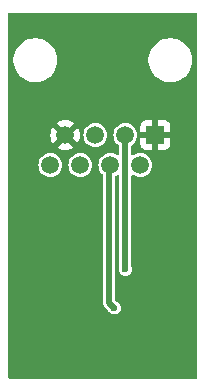
<source format=gbl>
%TF.GenerationSoftware,KiCad,Pcbnew,8.0.4*%
%TF.CreationDate,2024-08-22T22:44:09+01:00*%
%TF.ProjectId,PicoChainTerminator,5069636f-4368-4616-996e-5465726d696e,v1.1*%
%TF.SameCoordinates,Original*%
%TF.FileFunction,Copper,L2,Bot*%
%TF.FilePolarity,Positive*%
%FSLAX46Y46*%
G04 Gerber Fmt 4.6, Leading zero omitted, Abs format (unit mm)*
G04 Created by KiCad (PCBNEW 8.0.4) date 2024-08-22 22:44:09*
%MOMM*%
%LPD*%
G01*
G04 APERTURE LIST*
%TA.AperFunction,ComponentPad*%
%ADD10R,1.500000X1.500000*%
%TD*%
%TA.AperFunction,ComponentPad*%
%ADD11C,1.500000*%
%TD*%
%TA.AperFunction,ViaPad*%
%ADD12C,0.600000*%
%TD*%
%TA.AperFunction,Conductor*%
%ADD13C,0.508000*%
%TD*%
G04 APERTURE END LIST*
D10*
%TO.P,J1,1*%
%TO.N,GND*%
X102984500Y-78877000D03*
D11*
%TO.P,J1,2*%
%TO.N,unconnected-(J1-Pad2)*%
X101714500Y-81417000D03*
%TO.P,J1,3*%
%TO.N,Net-(J1-Pad3)*%
X100444500Y-78877000D03*
%TO.P,J1,4*%
%TO.N,Net-(J1-Pad4)*%
X99174500Y-81417000D03*
%TO.P,J1,5*%
%TO.N,Net-(J1-Pad5)*%
X97904500Y-78877000D03*
%TO.P,J1,6*%
%TO.N,Net-(J1-Pad6)*%
X96634500Y-81417000D03*
%TO.P,J1,7*%
%TO.N,GND*%
X95364500Y-78877000D03*
%TO.P,J1,8*%
%TO.N,+12V*%
X94094500Y-81417000D03*
%TD*%
D12*
%TO.N,Net-(J1-Pad3)*%
X100444500Y-90250000D03*
%TO.N,Net-(J1-Pad4)*%
X99501000Y-93499000D03*
%TD*%
D13*
%TO.N,Net-(J1-Pad3)*%
X100444500Y-90250000D02*
X100444500Y-78877000D01*
%TO.N,Net-(J1-Pad4)*%
X99501000Y-93499000D02*
X99083000Y-93081000D01*
X99083000Y-81508500D02*
X99174500Y-81417000D01*
X99083000Y-93081000D02*
X99083000Y-81508500D01*
%TD*%
%TA.AperFunction,Conductor*%
%TO.N,GND*%
G36*
X106441621Y-68520502D02*
G01*
X106488114Y-68574158D01*
X106499500Y-68626500D01*
X106499500Y-99373500D01*
X106479498Y-99441621D01*
X106425842Y-99488114D01*
X106373500Y-99499500D01*
X90626500Y-99499500D01*
X90558379Y-99479498D01*
X90511886Y-99425842D01*
X90500500Y-99373500D01*
X90500500Y-81416997D01*
X93085140Y-81416997D01*
X93085140Y-81417002D01*
X93104533Y-81613909D01*
X93104534Y-81613915D01*
X93104535Y-81613916D01*
X93161973Y-81803265D01*
X93255248Y-81977770D01*
X93380775Y-82130725D01*
X93533730Y-82256252D01*
X93708235Y-82349527D01*
X93897584Y-82406965D01*
X93897588Y-82406965D01*
X93897590Y-82406966D01*
X94094497Y-82426360D01*
X94094500Y-82426360D01*
X94094503Y-82426360D01*
X94291409Y-82406966D01*
X94291410Y-82406965D01*
X94291416Y-82406965D01*
X94480765Y-82349527D01*
X94655270Y-82256252D01*
X94808225Y-82130725D01*
X94933752Y-81977770D01*
X95027027Y-81803265D01*
X95084465Y-81613916D01*
X95103860Y-81417000D01*
X95103860Y-81416997D01*
X95625140Y-81416997D01*
X95625140Y-81417002D01*
X95644533Y-81613909D01*
X95644534Y-81613915D01*
X95644535Y-81613916D01*
X95701973Y-81803265D01*
X95795248Y-81977770D01*
X95920775Y-82130725D01*
X96073730Y-82256252D01*
X96248235Y-82349527D01*
X96437584Y-82406965D01*
X96437588Y-82406965D01*
X96437590Y-82406966D01*
X96634497Y-82426360D01*
X96634500Y-82426360D01*
X96634503Y-82426360D01*
X96831409Y-82406966D01*
X96831410Y-82406965D01*
X96831416Y-82406965D01*
X97020765Y-82349527D01*
X97195270Y-82256252D01*
X97348225Y-82130725D01*
X97473752Y-81977770D01*
X97567027Y-81803265D01*
X97624465Y-81613916D01*
X97643860Y-81417000D01*
X97643860Y-81416997D01*
X98165140Y-81416997D01*
X98165140Y-81417002D01*
X98184533Y-81613909D01*
X98241973Y-81803265D01*
X98335248Y-81977770D01*
X98460774Y-82130724D01*
X98528433Y-82186250D01*
X98568402Y-82244927D01*
X98574500Y-82283650D01*
X98574500Y-93014055D01*
X98574500Y-93147945D01*
X98609153Y-93277274D01*
X98609154Y-93277276D01*
X98609155Y-93277278D01*
X98676096Y-93393223D01*
X98676098Y-93393225D01*
X98676099Y-93393227D01*
X98967195Y-93684323D01*
X98994506Y-93725197D01*
X99016642Y-93778638D01*
X99016647Y-93778646D01*
X99066849Y-93844070D01*
X99105526Y-93894474D01*
X99221357Y-93983355D01*
X99356246Y-94039228D01*
X99501000Y-94058285D01*
X99645754Y-94039228D01*
X99780643Y-93983355D01*
X99896474Y-93894474D01*
X99985355Y-93778643D01*
X100041228Y-93643754D01*
X100060285Y-93499000D01*
X100041228Y-93354246D01*
X99985355Y-93219358D01*
X99896474Y-93103526D01*
X99780643Y-93014645D01*
X99780642Y-93014644D01*
X99780638Y-93014642D01*
X99727197Y-92992506D01*
X99686321Y-92965193D01*
X99628405Y-92907277D01*
X99594379Y-92844965D01*
X99591500Y-92818182D01*
X99591500Y-82408619D01*
X99611502Y-82340498D01*
X99658101Y-82297498D01*
X99735270Y-82256252D01*
X99735278Y-82256244D01*
X99739993Y-82253095D01*
X99807745Y-82231877D01*
X99876212Y-82250657D01*
X99923658Y-82303471D01*
X99936000Y-82357857D01*
X99936000Y-90003584D01*
X99926409Y-90051801D01*
X99904272Y-90105245D01*
X99885215Y-90249999D01*
X99885215Y-90250000D01*
X99904271Y-90394752D01*
X99960144Y-90529641D01*
X99960149Y-90529649D01*
X100049025Y-90645474D01*
X100164850Y-90734350D01*
X100164857Y-90734355D01*
X100299746Y-90790228D01*
X100444500Y-90809285D01*
X100589254Y-90790228D01*
X100724143Y-90734355D01*
X100839974Y-90645474D01*
X100928855Y-90529643D01*
X100984728Y-90394754D01*
X101003785Y-90250000D01*
X100984728Y-90105246D01*
X100974581Y-90080751D01*
X100962591Y-90051801D01*
X100953000Y-90003584D01*
X100953000Y-82357857D01*
X100973002Y-82289736D01*
X101026658Y-82243243D01*
X101096932Y-82233139D01*
X101149007Y-82253095D01*
X101153721Y-82256244D01*
X101153730Y-82256252D01*
X101328235Y-82349527D01*
X101517584Y-82406965D01*
X101517588Y-82406965D01*
X101517590Y-82406966D01*
X101714497Y-82426360D01*
X101714500Y-82426360D01*
X101714503Y-82426360D01*
X101911409Y-82406966D01*
X101911410Y-82406965D01*
X101911416Y-82406965D01*
X102100765Y-82349527D01*
X102275270Y-82256252D01*
X102428225Y-82130725D01*
X102553752Y-81977770D01*
X102647027Y-81803265D01*
X102704465Y-81613916D01*
X102723860Y-81417000D01*
X102704465Y-81220084D01*
X102647027Y-81030735D01*
X102553752Y-80856230D01*
X102428225Y-80703275D01*
X102275270Y-80577748D01*
X102100765Y-80484473D01*
X101911416Y-80427035D01*
X101911415Y-80427034D01*
X101911409Y-80427033D01*
X101714503Y-80407640D01*
X101714497Y-80407640D01*
X101517590Y-80427033D01*
X101328234Y-80484473D01*
X101153726Y-80577749D01*
X101149000Y-80580908D01*
X101081247Y-80602122D01*
X101012780Y-80583338D01*
X100965338Y-80530520D01*
X100953000Y-80476142D01*
X100953000Y-79818525D01*
X100973002Y-79750404D01*
X101001492Y-79721407D01*
X101000484Y-79720179D01*
X101005267Y-79716253D01*
X101005270Y-79716252D01*
X101158225Y-79590725D01*
X101283752Y-79437770D01*
X101377027Y-79263265D01*
X101434465Y-79073916D01*
X101439414Y-79023675D01*
X101453860Y-78877002D01*
X101453860Y-78876997D01*
X101434466Y-78680090D01*
X101434465Y-78680088D01*
X101434465Y-78680084D01*
X101377027Y-78490735D01*
X101283752Y-78316230D01*
X101158225Y-78163275D01*
X101054807Y-78078402D01*
X101726500Y-78078402D01*
X101726500Y-78623000D01*
X102701099Y-78623000D01*
X102680424Y-78643675D01*
X102630396Y-78730325D01*
X102604500Y-78826972D01*
X102604500Y-78927028D01*
X102630396Y-79023675D01*
X102680424Y-79110325D01*
X102701099Y-79131000D01*
X101726500Y-79131000D01*
X101726500Y-79675597D01*
X101733005Y-79736093D01*
X101784055Y-79872964D01*
X101784055Y-79872965D01*
X101871595Y-79989904D01*
X101988534Y-80077444D01*
X102125406Y-80128494D01*
X102185902Y-80134999D01*
X102185915Y-80135000D01*
X102730500Y-80135000D01*
X102730500Y-79160401D01*
X102751175Y-79181076D01*
X102837825Y-79231104D01*
X102934472Y-79257000D01*
X103034528Y-79257000D01*
X103131175Y-79231104D01*
X103217825Y-79181076D01*
X103238500Y-79160401D01*
X103238500Y-80135000D01*
X103783085Y-80135000D01*
X103783097Y-80134999D01*
X103843593Y-80128494D01*
X103980464Y-80077444D01*
X103980465Y-80077444D01*
X104097404Y-79989904D01*
X104184944Y-79872965D01*
X104184944Y-79872964D01*
X104235994Y-79736093D01*
X104242499Y-79675597D01*
X104242500Y-79675585D01*
X104242500Y-79131000D01*
X103267901Y-79131000D01*
X103288576Y-79110325D01*
X103338604Y-79023675D01*
X103364500Y-78927028D01*
X103364500Y-78826972D01*
X103338604Y-78730325D01*
X103288576Y-78643675D01*
X103267901Y-78623000D01*
X104242500Y-78623000D01*
X104242500Y-78078414D01*
X104242499Y-78078402D01*
X104235994Y-78017906D01*
X104184944Y-77881035D01*
X104184944Y-77881034D01*
X104097404Y-77764095D01*
X103980465Y-77676555D01*
X103843593Y-77625505D01*
X103783097Y-77619000D01*
X103238500Y-77619000D01*
X103238500Y-78593599D01*
X103217825Y-78572924D01*
X103131175Y-78522896D01*
X103034528Y-78497000D01*
X102934472Y-78497000D01*
X102837825Y-78522896D01*
X102751175Y-78572924D01*
X102730500Y-78593599D01*
X102730500Y-77619000D01*
X102185902Y-77619000D01*
X102125406Y-77625505D01*
X101988535Y-77676555D01*
X101988534Y-77676555D01*
X101871595Y-77764095D01*
X101784055Y-77881034D01*
X101784055Y-77881035D01*
X101733005Y-78017906D01*
X101726500Y-78078402D01*
X101054807Y-78078402D01*
X101005270Y-78037748D01*
X100830765Y-77944473D01*
X100641416Y-77887035D01*
X100641415Y-77887034D01*
X100641409Y-77887033D01*
X100444503Y-77867640D01*
X100444497Y-77867640D01*
X100247590Y-77887033D01*
X100058234Y-77944473D01*
X99883729Y-78037748D01*
X99730775Y-78163275D01*
X99605248Y-78316229D01*
X99511973Y-78490734D01*
X99454533Y-78680090D01*
X99435140Y-78876997D01*
X99435140Y-78877002D01*
X99454533Y-79073909D01*
X99454534Y-79073915D01*
X99454535Y-79073916D01*
X99511973Y-79263265D01*
X99605248Y-79437770D01*
X99730775Y-79590725D01*
X99883730Y-79716252D01*
X99883732Y-79716253D01*
X99888516Y-79720179D01*
X99886951Y-79722085D01*
X99925518Y-79768210D01*
X99936000Y-79818525D01*
X99936000Y-80476142D01*
X99915998Y-80544263D01*
X99862342Y-80590756D01*
X99792068Y-80600860D01*
X99740000Y-80580908D01*
X99735273Y-80577749D01*
X99560765Y-80484473D01*
X99371409Y-80427033D01*
X99174503Y-80407640D01*
X99174497Y-80407640D01*
X98977590Y-80427033D01*
X98788234Y-80484473D01*
X98613729Y-80577748D01*
X98460775Y-80703275D01*
X98335248Y-80856229D01*
X98241973Y-81030734D01*
X98184533Y-81220090D01*
X98165140Y-81416997D01*
X97643860Y-81416997D01*
X97624465Y-81220084D01*
X97567027Y-81030735D01*
X97473752Y-80856230D01*
X97348225Y-80703275D01*
X97195270Y-80577748D01*
X97020765Y-80484473D01*
X96831416Y-80427035D01*
X96831415Y-80427034D01*
X96831409Y-80427033D01*
X96634503Y-80407640D01*
X96634497Y-80407640D01*
X96437590Y-80427033D01*
X96248234Y-80484473D01*
X96073729Y-80577748D01*
X95920775Y-80703275D01*
X95795248Y-80856229D01*
X95701973Y-81030734D01*
X95644533Y-81220090D01*
X95625140Y-81416997D01*
X95103860Y-81416997D01*
X95084465Y-81220084D01*
X95027027Y-81030735D01*
X94933752Y-80856230D01*
X94808225Y-80703275D01*
X94655270Y-80577748D01*
X94480765Y-80484473D01*
X94291416Y-80427035D01*
X94291415Y-80427034D01*
X94291409Y-80427033D01*
X94094503Y-80407640D01*
X94094497Y-80407640D01*
X93897590Y-80427033D01*
X93708234Y-80484473D01*
X93533729Y-80577748D01*
X93380775Y-80703275D01*
X93255248Y-80856229D01*
X93161973Y-81030734D01*
X93104533Y-81220090D01*
X93085140Y-81416997D01*
X90500500Y-81416997D01*
X90500500Y-78877000D01*
X94101695Y-78877000D01*
X94120880Y-79096287D01*
X94177850Y-79308903D01*
X94177852Y-79308907D01*
X94270879Y-79508403D01*
X94313300Y-79568987D01*
X94984500Y-78897788D01*
X94984500Y-78927028D01*
X95010396Y-79023675D01*
X95060424Y-79110325D01*
X95131175Y-79181076D01*
X95217825Y-79231104D01*
X95314472Y-79257000D01*
X95343710Y-79257000D01*
X94672511Y-79928197D01*
X94672511Y-79928198D01*
X94733097Y-79970621D01*
X94932592Y-80063647D01*
X94932596Y-80063649D01*
X95145212Y-80120619D01*
X95364500Y-80139804D01*
X95583787Y-80120619D01*
X95796403Y-80063649D01*
X95796407Y-80063647D01*
X95995899Y-79970622D01*
X96056487Y-79928197D01*
X96056487Y-79928196D01*
X95385291Y-79257000D01*
X95414528Y-79257000D01*
X95511175Y-79231104D01*
X95597825Y-79181076D01*
X95668576Y-79110325D01*
X95718604Y-79023675D01*
X95744500Y-78927028D01*
X95744500Y-78897791D01*
X96415696Y-79568987D01*
X96415697Y-79568987D01*
X96458122Y-79508399D01*
X96551147Y-79308907D01*
X96551149Y-79308903D01*
X96608119Y-79096287D01*
X96627304Y-78877000D01*
X96627304Y-78876997D01*
X96895140Y-78876997D01*
X96895140Y-78877002D01*
X96914533Y-79073909D01*
X96914534Y-79073915D01*
X96914535Y-79073916D01*
X96971973Y-79263265D01*
X97065248Y-79437770D01*
X97190775Y-79590725D01*
X97343730Y-79716252D01*
X97518235Y-79809527D01*
X97707584Y-79866965D01*
X97707588Y-79866965D01*
X97707590Y-79866966D01*
X97904497Y-79886360D01*
X97904500Y-79886360D01*
X97904503Y-79886360D01*
X98101409Y-79866966D01*
X98101410Y-79866965D01*
X98101416Y-79866965D01*
X98290765Y-79809527D01*
X98465270Y-79716252D01*
X98618225Y-79590725D01*
X98743752Y-79437770D01*
X98837027Y-79263265D01*
X98894465Y-79073916D01*
X98899414Y-79023675D01*
X98913860Y-78877002D01*
X98913860Y-78876997D01*
X98894466Y-78680090D01*
X98894465Y-78680088D01*
X98894465Y-78680084D01*
X98837027Y-78490735D01*
X98743752Y-78316230D01*
X98618225Y-78163275D01*
X98465270Y-78037748D01*
X98290765Y-77944473D01*
X98101416Y-77887035D01*
X98101415Y-77887034D01*
X98101409Y-77887033D01*
X97904503Y-77867640D01*
X97904497Y-77867640D01*
X97707590Y-77887033D01*
X97518234Y-77944473D01*
X97343729Y-78037748D01*
X97190775Y-78163275D01*
X97065248Y-78316229D01*
X96971973Y-78490734D01*
X96914533Y-78680090D01*
X96895140Y-78876997D01*
X96627304Y-78876997D01*
X96608119Y-78657712D01*
X96551149Y-78445096D01*
X96551147Y-78445092D01*
X96458119Y-78245594D01*
X96415699Y-78185011D01*
X96415697Y-78185011D01*
X95744500Y-78856208D01*
X95744500Y-78826972D01*
X95718604Y-78730325D01*
X95668576Y-78643675D01*
X95597825Y-78572924D01*
X95511175Y-78522896D01*
X95414528Y-78497000D01*
X95385290Y-78497000D01*
X96056487Y-77825800D01*
X95995903Y-77783379D01*
X95796407Y-77690352D01*
X95796403Y-77690350D01*
X95583787Y-77633380D01*
X95364500Y-77614195D01*
X95145212Y-77633380D01*
X94932596Y-77690350D01*
X94932592Y-77690352D01*
X94733098Y-77783378D01*
X94672510Y-77825801D01*
X95343709Y-78497000D01*
X95314472Y-78497000D01*
X95217825Y-78522896D01*
X95131175Y-78572924D01*
X95060424Y-78643675D01*
X95010396Y-78730325D01*
X94984500Y-78826972D01*
X94984500Y-78856209D01*
X94313301Y-78185010D01*
X94270878Y-78245598D01*
X94177852Y-78445092D01*
X94177850Y-78445096D01*
X94120880Y-78657712D01*
X94101695Y-78877000D01*
X90500500Y-78877000D01*
X90500500Y-72405709D01*
X90974000Y-72405709D01*
X90974000Y-72648290D01*
X91005660Y-72888782D01*
X91068444Y-73123095D01*
X91068445Y-73123097D01*
X91068446Y-73123100D01*
X91161276Y-73347212D01*
X91161277Y-73347213D01*
X91161282Y-73347224D01*
X91282561Y-73557285D01*
X91282563Y-73557288D01*
X91282564Y-73557289D01*
X91430235Y-73749738D01*
X91430239Y-73749742D01*
X91430244Y-73749748D01*
X91601751Y-73921255D01*
X91601756Y-73921259D01*
X91601762Y-73921265D01*
X91794211Y-74068936D01*
X91794214Y-74068938D01*
X92004275Y-74190217D01*
X92004279Y-74190218D01*
X92004288Y-74190224D01*
X92228400Y-74283054D01*
X92462711Y-74345838D01*
X92462715Y-74345838D01*
X92462717Y-74345839D01*
X92524702Y-74353999D01*
X92703212Y-74377500D01*
X92703219Y-74377500D01*
X92945781Y-74377500D01*
X92945788Y-74377500D01*
X93163137Y-74348885D01*
X93186282Y-74345839D01*
X93186282Y-74345838D01*
X93186289Y-74345838D01*
X93420600Y-74283054D01*
X93644712Y-74190224D01*
X93854789Y-74068936D01*
X94047238Y-73921265D01*
X94218765Y-73749738D01*
X94366436Y-73557289D01*
X94487724Y-73347212D01*
X94580554Y-73123100D01*
X94643338Y-72888789D01*
X94675000Y-72648288D01*
X94675000Y-72405712D01*
X94675000Y-72405709D01*
X102404000Y-72405709D01*
X102404000Y-72648290D01*
X102435660Y-72888782D01*
X102498444Y-73123095D01*
X102498445Y-73123097D01*
X102498446Y-73123100D01*
X102591276Y-73347212D01*
X102591277Y-73347213D01*
X102591282Y-73347224D01*
X102712561Y-73557285D01*
X102712563Y-73557288D01*
X102712564Y-73557289D01*
X102860235Y-73749738D01*
X102860239Y-73749742D01*
X102860244Y-73749748D01*
X103031751Y-73921255D01*
X103031756Y-73921259D01*
X103031762Y-73921265D01*
X103224211Y-74068936D01*
X103224214Y-74068938D01*
X103434275Y-74190217D01*
X103434279Y-74190218D01*
X103434288Y-74190224D01*
X103658400Y-74283054D01*
X103892711Y-74345838D01*
X103892715Y-74345838D01*
X103892717Y-74345839D01*
X103954702Y-74353999D01*
X104133212Y-74377500D01*
X104133219Y-74377500D01*
X104375781Y-74377500D01*
X104375788Y-74377500D01*
X104593137Y-74348885D01*
X104616282Y-74345839D01*
X104616282Y-74345838D01*
X104616289Y-74345838D01*
X104850600Y-74283054D01*
X105074712Y-74190224D01*
X105284789Y-74068936D01*
X105477238Y-73921265D01*
X105648765Y-73749738D01*
X105796436Y-73557289D01*
X105917724Y-73347212D01*
X106010554Y-73123100D01*
X106073338Y-72888789D01*
X106105000Y-72648288D01*
X106105000Y-72405712D01*
X106073338Y-72165211D01*
X106010554Y-71930900D01*
X105917724Y-71706788D01*
X105917718Y-71706779D01*
X105917717Y-71706775D01*
X105796438Y-71496714D01*
X105796436Y-71496711D01*
X105648765Y-71304262D01*
X105648759Y-71304256D01*
X105648755Y-71304251D01*
X105477248Y-71132744D01*
X105477242Y-71132739D01*
X105477238Y-71132735D01*
X105284789Y-70985064D01*
X105284788Y-70985063D01*
X105284785Y-70985061D01*
X105074724Y-70863782D01*
X105074716Y-70863778D01*
X105074712Y-70863776D01*
X104850600Y-70770946D01*
X104850597Y-70770945D01*
X104850595Y-70770944D01*
X104616282Y-70708160D01*
X104375790Y-70676500D01*
X104375788Y-70676500D01*
X104133212Y-70676500D01*
X104133209Y-70676500D01*
X103892717Y-70708160D01*
X103658404Y-70770944D01*
X103658400Y-70770946D01*
X103434286Y-70863777D01*
X103434275Y-70863782D01*
X103224214Y-70985061D01*
X103031762Y-71132735D01*
X103031751Y-71132744D01*
X102860244Y-71304251D01*
X102860235Y-71304262D01*
X102712561Y-71496714D01*
X102591282Y-71706775D01*
X102591277Y-71706786D01*
X102498446Y-71930900D01*
X102498444Y-71930904D01*
X102435660Y-72165217D01*
X102404000Y-72405709D01*
X94675000Y-72405709D01*
X94643338Y-72165211D01*
X94580554Y-71930900D01*
X94487724Y-71706788D01*
X94487718Y-71706779D01*
X94487717Y-71706775D01*
X94366438Y-71496714D01*
X94366436Y-71496711D01*
X94218765Y-71304262D01*
X94218759Y-71304256D01*
X94218755Y-71304251D01*
X94047248Y-71132744D01*
X94047242Y-71132739D01*
X94047238Y-71132735D01*
X93854789Y-70985064D01*
X93854788Y-70985063D01*
X93854785Y-70985061D01*
X93644724Y-70863782D01*
X93644716Y-70863778D01*
X93644712Y-70863776D01*
X93420600Y-70770946D01*
X93420597Y-70770945D01*
X93420595Y-70770944D01*
X93186282Y-70708160D01*
X92945790Y-70676500D01*
X92945788Y-70676500D01*
X92703212Y-70676500D01*
X92703209Y-70676500D01*
X92462717Y-70708160D01*
X92228404Y-70770944D01*
X92228400Y-70770946D01*
X92004286Y-70863777D01*
X92004275Y-70863782D01*
X91794214Y-70985061D01*
X91601762Y-71132735D01*
X91601751Y-71132744D01*
X91430244Y-71304251D01*
X91430235Y-71304262D01*
X91282561Y-71496714D01*
X91161282Y-71706775D01*
X91161277Y-71706786D01*
X91068446Y-71930900D01*
X91068444Y-71930904D01*
X91005660Y-72165217D01*
X90974000Y-72405709D01*
X90500500Y-72405709D01*
X90500500Y-68626500D01*
X90520502Y-68558379D01*
X90574158Y-68511886D01*
X90626500Y-68500500D01*
X106373500Y-68500500D01*
X106441621Y-68520502D01*
G37*
%TD.AperFunction*%
%TD*%
M02*

</source>
